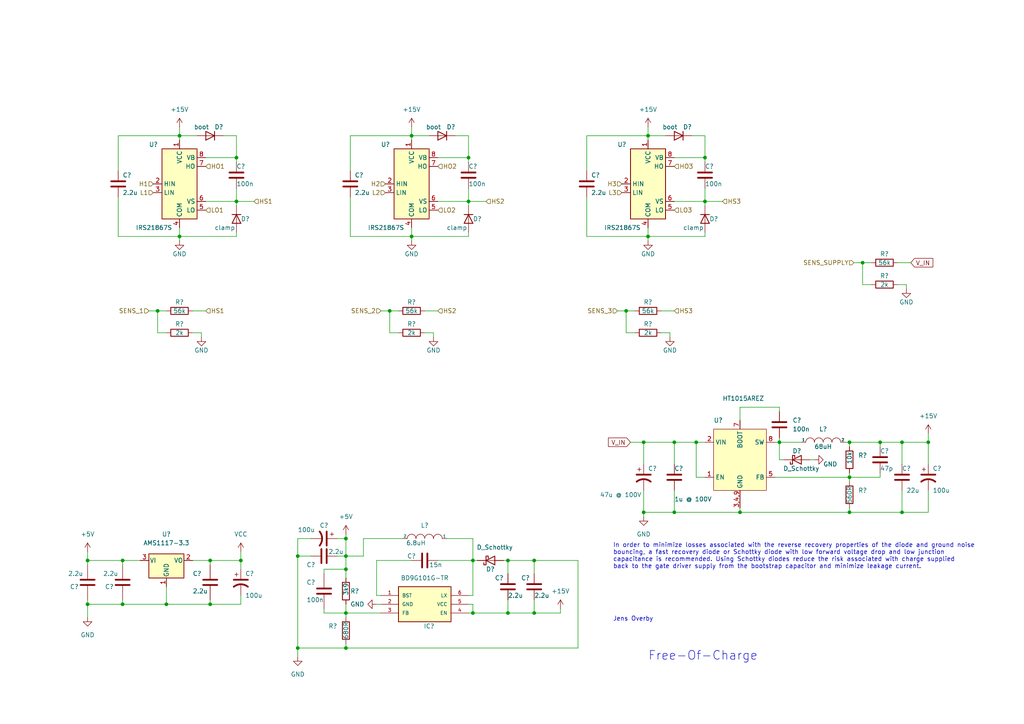
<source format=kicad_sch>
(kicad_sch (version 20211123) (generator eeschema)
  (paper "A4")
  (lib_symbols
    (symbol "BLDC_4-rescue:C-RESCUE-BLDC_4" (pin_numbers hide) (pin_names (offset 0.254))
      (property "Reference" "C" (at 0 2.54 0))
      (property "Value" "C-RESCUE-BLDC_4" (at 0.1524 -2.159 0))
      (symbol "C-RESCUE-BLDC_4_0_1"
        (polyline (pts (xy -2.032 -0.762) (xy 2.032 -0.762)) (stroke (width 0.508)))
        (polyline (pts (xy -2.032 0.762) (xy 2.032 0.762)) (stroke (width 0.508)))
      )
      (symbol "C-RESCUE-BLDC_4_1_1"
        (pin passive line (at 0 5.08 270) (length 4.318) (name "~") (number "1"))
        (pin passive line (at 0 -5.08 90) (length 4.318) (name "~") (number "2"))
      )
    )
    (symbol "Custom_Library:BD9G101G-TR" (pin_names (offset 1.016))
      (property "Reference" "IC" (at -10.1793 7.6345 0))
      (property "Value" "BD9G101G-TR" (at 0 -7.6276 0))
      (symbol "BD9G101G-TR_0_0"
        (rectangle (start -7.62 -5.08) (end 7.62 5.08) (stroke (width 0.254)) (fill (type background)))
        (pin bidirectional line (at -12.7 2.54 0) (length 5.08) (name "BST") (number "1"))
        (pin bidirectional line (at -12.7 0 0) (length 5.08) (name "GND") (number "2"))
        (pin bidirectional line (at -12.7 -2.54 0) (length 5.08) (name "FB") (number "3"))
        (pin bidirectional line (at 12.7 -2.54 180) (length 5.08) (name "EN") (number "4"))
        (pin bidirectional line (at 12.7 0 180) (length 5.08) (name "VCC") (number "5"))
        (pin bidirectional line (at 12.7 2.54 180) (length 5.08) (name "LX") (number "6"))
      )
    )
    (symbol "Custom_Library:HT1015AREZ"
      (property "Reference" "U?" (at -6.35 11.43 0))
      (property "Value" "HT1015AREZ" (at 8.89 -11.43 0))
      (symbol "HT1015AREZ_0_1"
        (rectangle (start -7.62 8.89) (end 7.62 -8.89) (fill (type background)))
      )
      (symbol "HT1015AREZ_1_1"
        (pin input line (at -10.16 -5.08 0) (length 2.54) (name "EN") (number "1"))
        (pin input line (at -10.16 5.08 0) (length 2.54) (name "VIN") (number "2"))
        (pin bidirectional line (at 0 -13.97 90) (length 5.08) (name "GND") (number "3,4,9"))
        (pin bidirectional line (at 10.16 -5.08 180) (length 2.54) (name "FB") (number "5"))
        (pin passive line (at 10.16 0 180) (length 2.54) hide (name "NC") (number "6"))
        (pin bidirectional line (at 0 11.43 270) (length 2.54) (name "BOOT") (number "7"))
        (pin bidirectional line (at 10.16 5.08 180) (length 2.54) (name "SW") (number "8"))
      )
    )
    (symbol "Device:C" (pin_numbers hide) (pin_names (offset 0.254))
      (property "Reference" "C" (at 0.635 2.54 0))
      (property "Value" "C" (at 0.635 -2.54 0))
      (symbol "C_0_1"
        (polyline (pts (xy -2.032 -0.762) (xy 2.032 -0.762)) (stroke (width 0.508)))
        (polyline (pts (xy -2.032 0.762) (xy 2.032 0.762)) (stroke (width 0.508)))
      )
      (symbol "C_1_1"
        (pin passive line (at 0 3.81 270) (length 2.794) (name "~") (number "1"))
        (pin passive line (at 0 -3.81 90) (length 2.794) (name "~") (number "2"))
      )
    )
    (symbol "Device:C_Polarized_US" (pin_numbers hide) (pin_names (offset 0.254) hide)
      (property "Reference" "C" (at 0.635 2.54 0))
      (property "Value" "C_Polarized_US" (at 0.635 -2.54 0))
      (symbol "C_Polarized_US_0_1"
        (polyline (pts (xy -2.032 0.762) (xy 2.032 0.762)) (stroke (width 0.508)))
        (polyline (pts (xy -1.778 2.286) (xy -0.762 2.286)))
        (polyline (pts (xy -1.27 1.778) (xy -1.27 2.794)))
        (arc (start 2.032 -1.27) (mid 0 -0.5572) (end -2.032 -1.27) (stroke (width 0.508)))
      )
      (symbol "C_Polarized_US_1_1"
        (pin passive line (at 0 3.81 270) (length 2.794) (name "~") (number "1"))
        (pin passive line (at 0 -3.81 90) (length 3.302) (name "~") (number "2"))
      )
    )
    (symbol "Device:D" (pin_numbers hide) (pin_names (offset 1.016) hide)
      (property "Reference" "D" (at 0 2.54 0))
      (property "Value" "D" (at 0 -2.54 0))
      (symbol "D_0_1"
        (polyline (pts (xy -1.27 1.27) (xy -1.27 -1.27)) (stroke (width 0.254)))
        (polyline (pts (xy 1.27 0) (xy -1.27 0)))
        (polyline (pts (xy 1.27 1.27) (xy 1.27 -1.27) (xy -1.27 0) (xy 1.27 1.27)) (stroke (width 0.254)))
      )
      (symbol "D_1_1"
        (pin passive line (at -3.81 0 0) (length 2.54) (name "K") (number "1"))
        (pin passive line (at 3.81 0 180) (length 2.54) (name "A") (number "2"))
      )
    )
    (symbol "Device:D_Schottky" (pin_numbers hide) (pin_names (offset 1.016) hide)
      (property "Reference" "D" (at 0 2.54 0))
      (property "Value" "D_Schottky" (at 0 -2.54 0))
      (symbol "D_Schottky_0_1"
        (polyline (pts (xy 1.27 0) (xy -1.27 0)))
        (polyline (pts (xy 1.27 1.27) (xy 1.27 -1.27) (xy -1.27 0) (xy 1.27 1.27)) (stroke (width 0.254)))
        (polyline (pts (xy -1.905 0.635) (xy -1.905 1.27) (xy -1.27 1.27) (xy -1.27 -1.27) (xy -0.635 -1.27) (xy -0.635 -0.635)) (stroke (width 0.254)))
      )
      (symbol "D_Schottky_1_1"
        (pin passive line (at -3.81 0 0) (length 2.54) (name "K") (number "1"))
        (pin passive line (at 3.81 0 180) (length 2.54) (name "A") (number "2"))
      )
    )
    (symbol "Device:R" (pin_numbers hide) (pin_names (offset 0))
      (property "Reference" "R" (at 2.032 0 90))
      (property "Value" "R" (at 0 0 90))
      (symbol "R_0_1"
        (rectangle (start -1.016 -2.54) (end 1.016 2.54) (stroke (width 0.254)))
      )
      (symbol "R_1_1"
        (pin passive line (at 0 3.81 270) (length 1.27) (name "~") (number "1"))
        (pin passive line (at 0 -3.81 90) (length 1.27) (name "~") (number "2"))
      )
    )
    (symbol "Driver_FET:IRS21867S"
      (property "Reference" "U" (at 1.27 13.335 0))
      (property "Value" "IRS21867S" (at 1.27 11.43 0))
      (symbol "IRS21867S_0_1"
        (rectangle (start -5.08 -10.16) (end 5.08 10.16) (stroke (width 0.254)) (fill (type background)))
      )
      (symbol "IRS21867S_1_1"
        (pin power_in line (at 0 12.7 270) (length 2.54) (name "VCC") (number "1"))
        (pin input line (at -7.62 0 0) (length 2.54) (name "HIN") (number "2"))
        (pin input line (at -7.62 -2.54 0) (length 2.54) (name "LIN") (number "3"))
        (pin power_in line (at 0 -12.7 90) (length 2.54) (name "COM") (number "4"))
        (pin output line (at 7.62 -7.62 180) (length 2.54) (name "LO") (number "5"))
        (pin passive line (at 7.62 -5.08 180) (length 2.54) (name "VS") (number "6"))
        (pin output line (at 7.62 5.08 180) (length 2.54) (name "HO") (number "7"))
        (pin passive line (at 7.62 7.62 180) (length 2.54) (name "VB") (number "8"))
      )
    )
    (symbol "Regulator_Linear:AMS1117-3.3" (pin_names (offset 0.254))
      (property "Reference" "U" (at -3.81 3.175 0))
      (property "Value" "AMS1117-3.3" (at 0 3.175 0))
      (symbol "AMS1117-3.3_0_1"
        (rectangle (start -5.08 -5.08) (end 5.08 1.905) (stroke (width 0.254)) (fill (type background)))
      )
      (symbol "AMS1117-3.3_1_1"
        (pin power_in line (at 0 -7.62 90) (length 2.54) (name "GND") (number "1"))
        (pin power_out line (at 7.62 0 180) (length 2.54) (name "VO") (number "2"))
        (pin power_in line (at -7.62 0 0) (length 2.54) (name "VI") (number "3"))
      )
    )
    (symbol "power:+15V" (power) (pin_names (offset 0))
      (property "Value" "+15V" (at 0 3.556 0))
      (symbol "+15V_0_1"
        (polyline (pts (xy -0.762 1.27) (xy 0 2.54)))
        (polyline (pts (xy 0 0) (xy 0 2.54)))
        (polyline (pts (xy 0 2.54) (xy 0.762 1.27)))
      )
      (symbol "+15V_1_1"
        (pin power_in line (at 0 0 90) (length 0) hide (name "+15V") (number "1"))
      )
    )
    (symbol "power:+5V" (power) (pin_names (offset 0))
      (property "Value" "+5V" (at 0 3.556 0))
      (symbol "+5V_0_1"
        (polyline (pts (xy -0.762 1.27) (xy 0 2.54)))
        (polyline (pts (xy 0 0) (xy 0 2.54)))
        (polyline (pts (xy 0 2.54) (xy 0.762 1.27)))
      )
      (symbol "+5V_1_1"
        (pin power_in line (at 0 0 90) (length 0) hide (name "+5V") (number "1"))
      )
    )
    (symbol "power:GND" (power) (pin_names (offset 0))
      (property "Value" "GND" (at 0 -3.81 0))
      (symbol "GND_0_1"
        (polyline (pts (xy 0 0) (xy 0 -1.27) (xy 1.27 -1.27) (xy 0 -2.54) (xy -1.27 -1.27) (xy 0 -1.27)))
      )
      (symbol "GND_1_1"
        (pin power_in line (at 0 0 270) (length 0) hide (name "GND") (number "1"))
      )
    )
    (symbol "power:VCC" (power) (pin_names (offset 0))
      (property "Value" "VCC" (at 0 3.81 0))
      (symbol "VCC_0_1"
        (polyline (pts (xy -0.762 1.27) (xy 0 2.54)))
        (polyline (pts (xy 0 0) (xy 0 2.54)))
        (polyline (pts (xy 0 2.54) (xy 0.762 1.27)))
      )
      (symbol "VCC_1_1"
        (pin power_in line (at 0 0 90) (length 0) hide (name "VCC") (number "1"))
      )
    )
    (symbol "pspice:INDUCTOR" (pin_numbers hide) (pin_names (offset 0))
      (property "Reference" "L" (at 0 2.54 0))
      (property "Value" "INDUCTOR" (at 0 -1.27 0))
      (symbol "INDUCTOR_0_1"
        (arc (start -2.54 0) (mid -3.81 1.27) (end -5.08 0))
        (arc (start 0 0) (mid -1.27 1.27) (end -2.54 0))
        (arc (start 2.54 0) (mid 1.27 1.27) (end 0 0))
        (arc (start 5.08 0) (mid 3.81 1.27) (end 2.54 0))
      )
      (symbol "INDUCTOR_1_1"
        (pin input line (at -6.35 0 0) (length 1.27) (name "1") (number "1"))
        (pin input line (at 6.35 0 180) (length 1.27) (name "2") (number "2"))
      )
    )
  )
  (junction (at 204.47 45.72))
  (junction (at 86.36 161.29))
  (junction (at 52.07 39.37))
  (junction (at 186.69 128.27))
  (junction (at 69.85 162.56))
  (junction (at 214.63 148.59))
  (junction (at 187.96 68.58))
  (junction (at 147.32 162.56))
  (junction (at 68.58 45.72))
  (junction (at 187.96 39.37))
  (junction (at 135.89 45.72))
  (junction (at 250.19 76.2))
  (junction (at 113.03 90.17))
  (junction (at 261.62 148.59))
  (junction (at 100.33 177.8))
  (junction (at 100.33 187.96))
  (junction (at 86.36 187.96))
  (junction (at 261.62 128.27))
  (junction (at 154.94 162.56))
  (junction (at 246.38 138.43))
  (junction (at 204.47 58.42))
  (junction (at 255.27 128.27))
  (junction (at 45.72 90.17))
  (junction (at 48.26 175.26))
  (junction (at 186.69 148.59))
  (junction (at 25.4 162.56))
  (junction (at 60.96 175.26))
  (junction (at 181.61 90.17))
  (junction (at 195.58 148.59))
  (junction (at 147.32 177.8))
  (junction (at 52.07 68.58))
  (junction (at 100.33 161.29))
  (junction (at 35.56 162.56))
  (junction (at 25.4 175.26))
  (junction (at 195.58 128.27))
  (junction (at 246.38 148.59))
  (junction (at 226.06 128.27))
  (junction (at 137.16 177.8))
  (junction (at 269.24 128.27))
  (junction (at 201.93 128.27))
  (junction (at 35.56 175.26))
  (junction (at 68.58 58.42))
  (junction (at 100.33 156.21))
  (junction (at 100.33 165.1))
  (junction (at 119.38 68.58))
  (junction (at 137.16 162.56))
  (junction (at 135.89 58.42))
  (junction (at 246.38 128.27))
  (junction (at 60.96 162.56))
  (junction (at 154.94 177.8))
  (junction (at 119.38 39.37))
  (wire (pts (xy 195.58 58.42) (xy 204.47 58.42)))
  (wire (pts (xy 86.36 161.29) (xy 86.36 187.96)))
  (wire (pts (xy 184.15 96.52) (xy 181.61 96.52)))
  (wire (pts (xy 109.22 175.26) (xy 110.49 175.26)))
  (wire (pts (xy 52.07 39.37) (xy 57.15 39.37)))
  (wire (pts (xy 195.58 142.24) (xy 195.58 148.59)))
  (wire (pts (xy 52.07 66.04) (xy 52.07 68.58)))
  (wire (pts (xy 93.98 176.53) (xy 93.98 177.8)))
  (wire (pts (xy 45.72 90.17) (xy 48.26 90.17)))
  (wire (pts (xy 191.77 90.17) (xy 195.58 90.17)))
  (wire (pts (xy 100.33 177.8) (xy 110.49 177.8)))
  (wire (pts (xy 154.94 173.99) (xy 154.94 177.8)))
  (wire (pts (xy 181.61 96.52) (xy 181.61 90.17)))
  (wire (pts (xy 187.96 36.83) (xy 187.96 39.37)))
  (wire (pts (xy 25.4 175.26) (xy 35.56 175.26)))
  (wire (pts (xy 119.38 40.64) (xy 119.38 39.37)))
  (wire (pts (xy 34.29 39.37) (xy 34.29 49.53)))
  (wire (pts (xy 226.06 128.27) (xy 232.41 128.27)))
  (wire (pts (xy 113.03 96.52) (xy 113.03 90.17)))
  (wire (pts (xy 195.58 45.72) (xy 204.47 45.72)))
  (wire (pts (xy 135.89 68.58) (xy 135.89 67.31)))
  (wire (pts (xy 255.27 138.43) (xy 246.38 138.43)))
  (wire (pts (xy 170.18 57.15) (xy 170.18 68.58)))
  (wire (pts (xy 137.16 156.21) (xy 137.16 162.56)))
  (wire (pts (xy 246.38 148.59) (xy 261.62 148.59)))
  (wire (pts (xy 224.79 128.27) (xy 226.06 128.27)))
  (wire (pts (xy 269.24 125.73) (xy 269.24 128.27)))
  (wire (pts (xy 246.38 137.16) (xy 246.38 138.43)))
  (wire (pts (xy 25.4 175.26) (xy 25.4 179.07)))
  (wire (pts (xy 252.73 82.55) (xy 250.19 82.55)))
  (wire (pts (xy 90.17 161.29) (xy 86.36 161.29)))
  (wire (pts (xy 93.98 177.8) (xy 100.33 177.8)))
  (wire (pts (xy 147.32 177.8) (xy 154.94 177.8)))
  (wire (pts (xy 125.73 96.52) (xy 125.73 97.79)))
  (wire (pts (xy 186.69 142.24) (xy 186.69 148.59)))
  (wire (pts (xy 246.38 128.27) (xy 245.11 128.27)))
  (wire (pts (xy 135.89 46.99) (xy 135.89 45.72)))
  (wire (pts (xy 137.16 162.56) (xy 138.43 162.56)))
  (wire (pts (xy 204.47 54.61) (xy 204.47 58.42)))
  (wire (pts (xy 214.63 118.11) (xy 214.63 121.92)))
  (wire (pts (xy 255.27 128.27) (xy 246.38 128.27)))
  (wire (pts (xy 201.93 128.27) (xy 204.47 128.27)))
  (wire (pts (xy 48.26 175.26) (xy 60.96 175.26)))
  (wire (pts (xy 154.94 162.56) (xy 167.64 162.56)))
  (wire (pts (xy 123.19 90.17) (xy 127 90.17)))
  (wire (pts (xy 186.69 128.27) (xy 195.58 128.27)))
  (wire (pts (xy 260.35 76.2) (xy 264.16 76.2)))
  (wire (pts (xy 200.66 39.37) (xy 204.47 39.37)))
  (wire (pts (xy 58.42 96.52) (xy 58.42 97.79)))
  (wire (pts (xy 255.27 137.16) (xy 255.27 138.43)))
  (wire (pts (xy 25.4 173.99) (xy 25.4 175.26)))
  (wire (pts (xy 226.06 118.11) (xy 226.06 119.38)))
  (wire (pts (xy 135.89 58.42) (xy 140.97 58.42)))
  (wire (pts (xy 69.85 162.56) (xy 69.85 165.1)))
  (wire (pts (xy 186.69 134.62) (xy 186.69 128.27)))
  (wire (pts (xy 35.56 162.56) (xy 35.56 163.83)))
  (wire (pts (xy 68.58 58.42) (xy 73.66 58.42)))
  (wire (pts (xy 48.26 96.52) (xy 45.72 96.52)))
  (wire (pts (xy 52.07 40.64) (xy 52.07 39.37)))
  (wire (pts (xy 68.58 68.58) (xy 52.07 68.58)))
  (wire (pts (xy 246.38 138.43) (xy 246.38 139.7)))
  (wire (pts (xy 93.98 165.1) (xy 100.33 165.1)))
  (wire (pts (xy 191.77 96.52) (xy 194.31 96.52)))
  (wire (pts (xy 119.38 39.37) (xy 101.6 39.37)))
  (wire (pts (xy 97.79 161.29) (xy 100.33 161.29)))
  (wire (pts (xy 187.96 66.04) (xy 187.96 68.58)))
  (wire (pts (xy 109.22 172.72) (xy 110.49 172.72)))
  (wire (pts (xy 236.22 133.35) (xy 234.95 133.35)))
  (wire (pts (xy 100.33 177.8) (xy 100.33 179.07)))
  (wire (pts (xy 269.24 134.62) (xy 269.24 128.27)))
  (wire (pts (xy 214.63 147.32) (xy 214.63 148.59)))
  (wire (pts (xy 179.07 90.17) (xy 181.61 90.17)))
  (wire (pts (xy 100.33 165.1) (xy 100.33 167.64)))
  (wire (pts (xy 137.16 172.72) (xy 135.89 172.72)))
  (wire (pts (xy 214.63 148.59) (xy 246.38 148.59)))
  (wire (pts (xy 40.64 162.56) (xy 35.56 162.56)))
  (wire (pts (xy 250.19 82.55) (xy 250.19 76.2)))
  (wire (pts (xy 182.88 128.27) (xy 186.69 128.27)))
  (wire (pts (xy 43.18 90.17) (xy 45.72 90.17)))
  (wire (pts (xy 60.96 175.26) (xy 60.96 173.99)))
  (wire (pts (xy 127 162.56) (xy 137.16 162.56)))
  (wire (pts (xy 167.64 162.56) (xy 167.64 187.96)))
  (wire (pts (xy 25.4 162.56) (xy 25.4 163.83)))
  (wire (pts (xy 154.94 162.56) (xy 154.94 166.37)))
  (wire (pts (xy 261.62 128.27) (xy 261.62 134.62)))
  (wire (pts (xy 246.38 129.54) (xy 246.38 128.27)))
  (wire (pts (xy 154.94 177.8) (xy 162.56 177.8)))
  (wire (pts (xy 101.6 39.37) (xy 101.6 49.53)))
  (wire (pts (xy 123.19 96.52) (xy 125.73 96.52)))
  (wire (pts (xy 52.07 39.37) (xy 34.29 39.37)))
  (wire (pts (xy 55.88 162.56) (xy 60.96 162.56)))
  (wire (pts (xy 110.49 90.17) (xy 113.03 90.17)))
  (wire (pts (xy 119.38 68.58) (xy 119.38 69.85)))
  (wire (pts (xy 86.36 187.96) (xy 86.36 190.5)))
  (wire (pts (xy 167.64 187.96) (xy 100.33 187.96)))
  (wire (pts (xy 137.16 162.56) (xy 137.16 172.72)))
  (wire (pts (xy 119.38 66.04) (xy 119.38 68.58)))
  (wire (pts (xy 226.06 133.35) (xy 226.06 128.27)))
  (wire (pts (xy 45.72 96.52) (xy 45.72 90.17)))
  (wire (pts (xy 204.47 46.99) (xy 204.47 45.72)))
  (wire (pts (xy 170.18 68.58) (xy 187.96 68.58)))
  (wire (pts (xy 35.56 162.56) (xy 25.4 162.56)))
  (wire (pts (xy 59.69 58.42) (xy 68.58 58.42)))
  (wire (pts (xy 105.41 161.29) (xy 100.33 161.29)))
  (wire (pts (xy 90.17 156.21) (xy 86.36 156.21)))
  (wire (pts (xy 64.77 39.37) (xy 68.58 39.37)))
  (wire (pts (xy 55.88 96.52) (xy 58.42 96.52)))
  (wire (pts (xy 93.98 166.37) (xy 93.98 165.1)))
  (wire (pts (xy 204.47 39.37) (xy 204.47 45.72)))
  (wire (pts (xy 86.36 187.96) (xy 100.33 187.96)))
  (wire (pts (xy 35.56 175.26) (xy 48.26 175.26)))
  (wire (pts (xy 246.38 138.43) (xy 224.79 138.43)))
  (wire (pts (xy 195.58 128.27) (xy 195.58 134.62)))
  (wire (pts (xy 100.33 154.94) (xy 100.33 156.21)))
  (wire (pts (xy 69.85 160.02) (xy 69.85 162.56)))
  (wire (pts (xy 204.47 68.58) (xy 204.47 67.31)))
  (wire (pts (xy 186.69 148.59) (xy 195.58 148.59)))
  (wire (pts (xy 194.31 96.52) (xy 194.31 97.79)))
  (wire (pts (xy 261.62 128.27) (xy 255.27 128.27)))
  (wire (pts (xy 255.27 128.27) (xy 255.27 129.54)))
  (wire (pts (xy 135.89 175.26) (xy 137.16 175.26)))
  (wire (pts (xy 119.38 36.83) (xy 119.38 39.37)))
  (wire (pts (xy 147.32 162.56) (xy 154.94 162.56)))
  (wire (pts (xy 25.4 160.02) (xy 25.4 162.56)))
  (wire (pts (xy 162.56 177.8) (xy 162.56 176.53)))
  (wire (pts (xy 170.18 39.37) (xy 170.18 49.53)))
  (wire (pts (xy 195.58 128.27) (xy 201.93 128.27)))
  (wire (pts (xy 52.07 68.58) (xy 52.07 69.85)))
  (wire (pts (xy 86.36 156.21) (xy 86.36 161.29)))
  (wire (pts (xy 105.41 156.21) (xy 105.41 161.29)))
  (wire (pts (xy 135.89 54.61) (xy 135.89 58.42)))
  (wire (pts (xy 69.85 172.72) (xy 69.85 175.26)))
  (wire (pts (xy 181.61 90.17) (xy 184.15 90.17)))
  (wire (pts (xy 135.89 39.37) (xy 135.89 45.72)))
  (wire (pts (xy 250.19 76.2) (xy 252.73 76.2)))
  (wire (pts (xy 34.29 68.58) (xy 52.07 68.58)))
  (wire (pts (xy 113.03 90.17) (xy 115.57 90.17)))
  (wire (pts (xy 135.89 58.42) (xy 135.89 59.69)))
  (wire (pts (xy 187.96 68.58) (xy 187.96 69.85)))
  (wire (pts (xy 55.88 90.17) (xy 59.69 90.17)))
  (wire (pts (xy 261.62 142.24) (xy 261.62 148.59)))
  (wire (pts (xy 116.84 156.21) (xy 105.41 156.21)))
  (wire (pts (xy 201.93 128.27) (xy 201.93 138.43)))
  (wire (pts (xy 109.22 162.56) (xy 109.22 172.72)))
  (wire (pts (xy 100.33 175.26) (xy 100.33 177.8)))
  (wire (pts (xy 60.96 162.56) (xy 60.96 163.83)))
  (wire (pts (xy 204.47 68.58) (xy 187.96 68.58)))
  (wire (pts (xy 127 45.72) (xy 135.89 45.72)))
  (wire (pts (xy 100.33 161.29) (xy 100.33 165.1)))
  (wire (pts (xy 100.33 156.21) (xy 100.33 161.29)))
  (wire (pts (xy 269.24 128.27) (xy 261.62 128.27)))
  (wire (pts (xy 115.57 96.52) (xy 113.03 96.52)))
  (wire (pts (xy 262.89 82.55) (xy 262.89 83.82)))
  (wire (pts (xy 68.58 59.69) (xy 68.58 58.42)))
  (wire (pts (xy 48.26 170.18) (xy 48.26 175.26)))
  (wire (pts (xy 129.54 156.21) (xy 137.16 156.21)))
  (wire (pts (xy 187.96 40.64) (xy 187.96 39.37)))
  (wire (pts (xy 68.58 46.99) (xy 68.58 45.72)))
  (wire (pts (xy 68.58 39.37) (xy 68.58 45.72)))
  (wire (pts (xy 101.6 57.15) (xy 101.6 68.58)))
  (wire (pts (xy 60.96 175.26) (xy 69.85 175.26)))
  (wire (pts (xy 127 58.42) (xy 135.89 58.42)))
  (wire (pts (xy 101.6 68.58) (xy 119.38 68.58)))
  (wire (pts (xy 137.16 177.8) (xy 147.32 177.8)))
  (wire (pts (xy 135.89 177.8) (xy 137.16 177.8)))
  (wire (pts (xy 147.32 162.56) (xy 147.32 166.37)))
  (wire (pts (xy 97.79 156.21) (xy 100.33 156.21)))
  (wire (pts (xy 60.96 162.56) (xy 69.85 162.56)))
  (wire (pts (xy 68.58 68.58) (xy 68.58 67.31)))
  (wire (pts (xy 68.58 54.61) (xy 68.58 58.42)))
  (wire (pts (xy 227.33 133.35) (xy 226.06 133.35)))
  (wire (pts (xy 226.06 128.27) (xy 226.06 127)))
  (wire (pts (xy 269.24 148.59) (xy 261.62 148.59)))
  (wire (pts (xy 132.08 39.37) (xy 135.89 39.37)))
  (wire (pts (xy 226.06 118.11) (xy 214.63 118.11)))
  (wire (pts (xy 269.24 142.24) (xy 269.24 148.59)))
  (wire (pts (xy 137.16 175.26) (xy 137.16 177.8)))
  (wire (pts (xy 146.05 162.56) (xy 147.32 162.56)))
  (wire (pts (xy 186.69 148.59) (xy 186.69 149.86)))
  (wire (pts (xy 135.89 68.58) (xy 119.38 68.58)))
  (wire (pts (xy 260.35 82.55) (xy 262.89 82.55)))
  (wire (pts (xy 147.32 173.99) (xy 147.32 177.8)))
  (wire (pts (xy 34.29 57.15) (xy 34.29 68.58)))
  (wire (pts (xy 247.65 76.2) (xy 250.19 76.2)))
  (wire (pts (xy 187.96 39.37) (xy 193.04 39.37)))
  (wire (pts (xy 187.96 39.37) (xy 170.18 39.37)))
  (wire (pts (xy 195.58 148.59) (xy 214.63 148.59)))
  (wire (pts (xy 100.33 186.69) (xy 100.33 187.96)))
  (wire (pts (xy 119.38 162.56) (xy 109.22 162.56)))
  (wire (pts (xy 204.47 58.42) (xy 209.55 58.42)))
  (wire (pts (xy 119.38 39.37) (xy 124.46 39.37)))
  (wire (pts (xy 52.07 36.83) (xy 52.07 39.37)))
  (wire (pts (xy 246.38 147.32) (xy 246.38 148.59)))
  (wire (pts (xy 204.47 59.69) (xy 204.47 58.42)))
  (wire (pts (xy 204.47 138.43) (xy 201.93 138.43)))
  (wire (pts (xy 59.69 45.72) (xy 68.58 45.72)))
  (wire (pts (xy 35.56 173.99) (xy 35.56 175.26)))
  (text "In order to minimize losses associated with the reverse recovery properties of the diode and ground noise\nbouncing, a fast recovery diode or Schottky diode with low forward voltage drop and low junction\ncapacitance is recommended. Using Schottky diodes reduce the risk associated with charge supplied\nback to the gate driver supply from the bootstrap capacitor and minimize leakage current. " (at 177.8 165.1 0) (effects (font (size 1.27 1.27)) (justify left bottom)))
  (text "Free-Of-Charge" (at 187.96 191.77 0) (effects (font (size 2.54 2.54)) (justify left bottom)))
  (text "Jens Overby" (at 177.8 180.34 0) (effects (font (size 1.27 1.27)) (justify left bottom)))
  (global_label "V_IN" (shape input) (at 182.88 128.27 180) (property "Intersheet References" "${INTERSHEET_REFS}" (effects hide)))
  (global_label "V_IN" (shape input) (at 264.16 76.2 0) (property "Intersheet References" "${INTERSHEET_REFS}" (effects hide)))
  (hierarchical_label "L1" (shape input) (at 44.45 55.88 180))
  (hierarchical_label "HS3" (shape input) (at 195.58 90.17 0))
  (hierarchical_label "H2" (shape input) (at 111.76 53.34 180))
  (hierarchical_label "H3" (shape input) (at 180.34 53.34 180))
  (hierarchical_label "SENS_3" (shape input) (at 179.07 90.17 180))
  (hierarchical_label "HS2" (shape input) (at 127 90.17 0))
  (hierarchical_label "LO1" (shape input) (at 59.69 60.96 0))
  (hierarchical_label "SENS_SUPPLY" (shape input) (at 247.65 76.2 180))
  (hierarchical_label "L3" (shape input) (at 180.34 55.88 180))
  (hierarchical_label "HS3" (shape input) (at 209.55 58.42 0))
  (hierarchical_label "HO2" (shape input) (at 127 48.26 0))
  (hierarchical_label "HO1" (shape input) (at 59.69 48.26 0))
  (hierarchical_label "HS2" (shape input) (at 140.97 58.42 0))
  (hierarchical_label "L2" (shape input) (at 111.76 55.88 180))
  (hierarchical_label "LO3" (shape input) (at 195.58 60.96 0))
  (hierarchical_label "H1" (shape input) (at 44.45 53.34 180))
  (hierarchical_label "SENS_2" (shape input) (at 110.49 90.17 180))
  (hierarchical_label "LO2" (shape input) (at 127 60.96 0))
  (hierarchical_label "HS1" (shape input) (at 73.66 58.42 0))
  (hierarchical_label "HO3" (shape input) (at 195.58 48.26 0))
  (hierarchical_label "SENS_1" (shape input) (at 43.18 90.17 180))
  (hierarchical_label "HS1" (shape input) (at 59.69 90.17 0))
  (symbol (lib_id "Device:R") (at 119.38 96.52 90) (unit 1)
    (property "Reference" "R?" (at 119.38 93.98 90))
    (property "Value" "2k" (at 119.38 96.52 90))
  )
  (symbol (lib_id "power:GND") (at 25.4 179.07 0) (unit 1)
    (property "Reference" "#PWR?" (effects hide))
    (property "Value" "GND" (at 25.4 184.15 0))
  )
  (symbol (lib_id "pspice:INDUCTOR") (at 123.19 156.21 0) (mirror y) (unit 1)
    (property "Reference" "L?" (at 123.19 152.4 0))
    (property "Value" "6.8uH" (at 120.65 157.48 0))
  )
  (symbol (lib_id "Device:R") (at 246.38 143.51 0) (unit 1)
    (property "Reference" "R?" (at 248.92 142.2399 0) (effects (justify left)))
    (property "Value" "560R" (at 246.38 146.05 90) (effects (justify left)))
  )
  (symbol (lib_id "Device:R") (at 52.07 96.52 90) (unit 1)
    (property "Reference" "R?" (at 52.07 93.98 90))
    (property "Value" "2k" (at 52.07 96.52 90))
  )
  (symbol (lib_id "BLDC_4-rescue:C-RESCUE-BLDC_4") (at 93.98 171.45 0) (unit 1)
    (property "Reference" "C?" (at 88.9 168.91 0) (effects (justify left)))
    (property "Value" "100n" (at 88.9 173.99 0) (effects (justify left)))
    (property "Footprint" "Capacitor_SMD:C_0603_1608Metric" (effects hide))
  )
  (symbol (lib_id "Device:D_Schottky") (at 231.14 133.35 0) (mirror x) (unit 1)
    (property "Reference" "D?" (at 231.14 130.81 0))
    (property "Value" "D_Schottky" (at 232.41 135.89 0))
  )
  (symbol (lib_id "power:GND") (at 109.22 175.26 270) (unit 1)
    (property "Reference" "#PWR?" (effects hide))
    (property "Value" "GND" (at 101.6 175.26 90) (effects (justify left)))
  )
  (symbol (lib_id "BLDC_4-rescue:C-RESCUE-BLDC_4") (at 60.96 168.91 0) (unit 1)
    (property "Reference" "C?" (at 55.88 166.37 0) (effects (justify left)))
    (property "Value" "2.2u" (at 55.88 171.45 0) (effects (justify left)))
    (property "Footprint" "Capacitor_SMD:C_0603_1608Metric" (effects hide))
  )
  (symbol (lib_id "Device:C") (at 123.19 162.56 90) (unit 1)
    (property "Reference" "C?" (at 120.65 161.29 90) (effects (justify left)))
    (property "Value" "15n" (at 128.27 163.83 90) (effects (justify left)))
  )
  (symbol (lib_id "Device:R") (at 187.96 90.17 90) (unit 1)
    (property "Reference" "R?" (at 187.96 87.63 90))
    (property "Value" "56k" (at 187.96 90.17 90))
  )
  (symbol (lib_id "Device:C_Polarized_US") (at 186.69 138.43 0) (unit 1)
    (property "Reference" "C?" (at 187.96 135.89 0) (effects (justify left)))
    (property "Value" "47u @ 100V" (at 173.99 143.51 0) (effects (justify left)))
  )
  (symbol (lib_id "power:GND") (at 236.22 133.35 90) (unit 1)
    (property "Reference" "#PWR?" (effects hide))
    (property "Value" "GND" (at 238.76 134.62 90) (effects (justify right)))
  )
  (symbol (lib_id "Device:D") (at 135.89 63.5 270) (unit 1)
    (property "Reference" "D?" (at 137.16 63.5 90) (effects (justify left)))
    (property "Value" "clamp" (at 129.54 66.04 90) (effects (justify left)))
  )
  (symbol (lib_id "Driver_FET:IRS21867S") (at 187.96 53.34 0) (unit 1)
    (property "Reference" "U?" (at 179.07 41.91 0) (effects (justify left)))
    (property "Value" "IRS21867S" (at 175.26 66.04 0) (effects (justify left)))
    (property "Footprint" "Package_SO:SOIC-8_3.9x4.9mm_P1.27mm" (effects hide))
    (property "Datasheet" "http://www.infineon.com/dgdl/irs21867spbf.pdf?fileId=5546d462533600a4015356770e8327eb" (effects hide))
  )
  (symbol (lib_id "Device:R") (at 100.33 171.45 0) (unit 1)
    (property "Reference" "R?" (at 101.6 171.45 0) (effects (justify left)))
    (property "Value" "3k9" (at 100.33 172.72 90) (effects (justify left)))
  )
  (symbol (lib_id "power:+15V") (at 119.38 36.83 0) (unit 1)
    (property "Reference" "#PWR?" (effects hide))
    (property "Value" "+15V" (at 119.38 31.75 0))
  )
  (symbol (lib_id "Device:C") (at 261.62 138.43 0) (unit 1)
    (property "Reference" "C?" (at 261.62 135.89 0) (effects (justify left)))
    (property "Value" "22u" (at 262.89 142.24 0) (effects (justify left)))
  )
  (symbol (lib_id "Device:C_Polarized_US") (at 269.24 138.43 0) (unit 1)
    (property "Reference" "C?" (at 270.51 135.89 0) (effects (justify left)))
    (property "Value" "100u" (at 270.51 142.24 0) (effects (justify left)))
  )
  (symbol (lib_id "Device:C") (at 255.27 133.35 0) (unit 1)
    (property "Reference" "C?" (at 255.27 130.81 0) (effects (justify left)))
    (property "Value" "47p" (at 255.27 135.89 0) (effects (justify left)))
  )
  (symbol (lib_id "Device:D") (at 196.85 39.37 180) (unit 1)
    (property "Reference" "D?" (at 199.39 36.83 0))
    (property "Value" "boot" (at 194.31 36.83 0))
  )
  (symbol (lib_id "power:+5V") (at 25.4 160.02 0) (unit 1)
    (property "Reference" "#PWR?" (effects hide))
    (property "Value" "+5V" (at 25.4 154.94 0))
  )
  (symbol (lib_id "power:GND") (at 262.89 83.82 0) (unit 1)
    (property "Reference" "#PWR?" (effects hide))
    (property "Value" "GND" (at 262.89 87.63 0))
  )
  (symbol (lib_id "Device:R") (at 246.38 133.35 0) (unit 1)
    (property "Reference" "R?" (at 248.92 132.0799 0) (effects (justify left)))
    (property "Value" "10k" (at 246.38 134.62 90) (effects (justify left)))
  )
  (symbol (lib_id "BLDC_4-rescue:C-RESCUE-BLDC_4") (at 35.56 168.91 180) (unit 1)
    (property "Reference" "C?" (at 33.02 170.18 0) (effects (justify left)))
    (property "Value" "2.2u" (at 34.29 166.37 0) (effects (justify left)))
    (property "Footprint" "Capacitor_SMD:C_0603_1608Metric" (effects hide))
  )
  (symbol (lib_id "Device:R") (at 256.54 82.55 90) (unit 1)
    (property "Reference" "R?" (at 256.54 80.01 90))
    (property "Value" "2k" (at 256.54 82.55 90))
  )
  (symbol (lib_id "power:+15V") (at 269.24 125.73 0) (unit 1)
    (property "Reference" "#PWR?" (effects hide))
    (property "Value" "+15V" (at 269.24 120.65 0))
  )
  (symbol (lib_id "Device:R") (at 100.33 182.88 0) (unit 1)
    (property "Reference" "R?" (at 95.25 181.61 0) (effects (justify left)))
    (property "Value" "680R" (at 100.33 185.42 90) (effects (justify left)))
  )
  (symbol (lib_id "Device:C") (at 170.18 53.34 0) (unit 1)
    (property "Reference" "C?" (at 171.45 50.8 0) (effects (justify left)))
    (property "Value" "2.2u" (at 171.45 55.88 0) (effects (justify left)))
  )
  (symbol (lib_id "power:GND") (at 125.73 97.79 0) (unit 1)
    (property "Reference" "#PWR?" (effects hide))
    (property "Value" "GND" (at 125.73 101.6 0))
  )
  (symbol (lib_id "Driver_FET:IRS21867S") (at 52.07 53.34 0) (unit 1)
    (property "Reference" "U?" (at 43.18 41.91 0) (effects (justify left)))
    (property "Value" "IRS21867S" (at 39.37 66.04 0) (effects (justify left)))
    (property "Footprint" "Package_SO:SOIC-8_3.9x4.9mm_P1.27mm" (effects hide))
    (property "Datasheet" "http://www.infineon.com/dgdl/irs21867spbf.pdf?fileId=5546d462533600a4015356770e8327eb" (effects hide))
  )
  (symbol (lib_id "power:VCC") (at 69.85 160.02 0) (unit 1)
    (property "Reference" "#PWR?" (effects hide))
    (property "Value" "VCC" (at 69.85 154.94 0))
  )
  (symbol (lib_id "Device:C") (at 226.06 123.19 0) (unit 1)
    (property "Reference" "C?" (at 229.87 121.9199 0) (effects (justify left)))
    (property "Value" "100n" (at 229.87 124.4599 0) (effects (justify left)))
  )
  (symbol (lib_id "Device:D") (at 68.58 63.5 270) (unit 1)
    (property "Reference" "D?" (at 69.85 63.5 90) (effects (justify left)))
    (property "Value" "clamp" (at 62.23 66.04 90) (effects (justify left)))
  )
  (symbol (lib_id "Regulator_Linear:AMS1117-3.3") (at 48.26 162.56 0) (unit 1)
    (property "Reference" "U?" (at 48.26 154.94 0))
    (property "Value" "AMS1117-3.3" (at 48.26 157.48 0))
    (property "Footprint" "Package_TO_SOT_SMD:SOT-223-3_TabPin2" (effects hide))
    (property "Datasheet" "http://www.advanced-monolithic.com/pdf/ds1117.pdf" (effects hide))
  )
  (symbol (lib_id "Device:R") (at 52.07 90.17 90) (unit 1)
    (property "Reference" "R?" (at 52.07 87.63 90))
    (property "Value" "56k" (at 52.07 90.17 90))
  )
  (symbol (lib_id "power:GND") (at 52.07 69.85 0) (unit 1)
    (property "Reference" "#PWR?" (effects hide))
    (property "Value" "GND" (at 52.07 73.66 0))
  )
  (symbol (lib_id "Device:C") (at 68.58 50.8 0) (unit 1)
    (property "Reference" "C?" (at 68.58 48.26 0) (effects (justify left)))
    (property "Value" "100n" (at 68.58 53.34 0) (effects (justify left)))
  )
  (symbol (lib_id "Device:C") (at 204.47 50.8 0) (unit 1)
    (property "Reference" "C?" (at 204.47 48.26 0) (effects (justify left)))
    (property "Value" "100n" (at 204.47 53.34 0) (effects (justify left)))
  )
  (symbol (lib_id "Device:C_Polarized_US") (at 69.85 168.91 0) (unit 1)
    (property "Reference" "C?" (at 71.12 166.37 0) (effects (justify left)))
    (property "Value" "100u" (at 71.12 172.72 0) (effects (justify left)))
  )
  (symbol (lib_id "Device:D") (at 60.96 39.37 180) (unit 1)
    (property "Reference" "D?" (at 63.5 36.83 0))
    (property "Value" "boot" (at 58.42 36.83 0))
  )
  (symbol (lib_id "power:GND") (at 194.31 97.79 0) (unit 1)
    (property "Reference" "#PWR?" (effects hide))
    (property "Value" "GND" (at 194.31 101.6 0))
  )
  (symbol (lib_id "Device:C") (at 154.94 170.18 0) (unit 1)
    (property "Reference" "C?" (at 151.13 167.64 0) (effects (justify left)))
    (property "Value" "2.2u" (at 154.94 172.72 0) (effects (justify left)))
  )
  (symbol (lib_id "power:GND") (at 119.38 69.85 0) (unit 1)
    (property "Reference" "#PWR?" (effects hide))
    (property "Value" "GND" (at 119.38 73.66 0))
  )
  (symbol (lib_id "Device:R") (at 187.96 96.52 90) (unit 1)
    (property "Reference" "R?" (at 187.96 93.98 90))
    (property "Value" "2k" (at 187.96 96.52 90))
  )
  (symbol (lib_id "Device:C") (at 93.98 161.29 270) (unit 1)
    (property "Reference" "C?" (at 88.9 163.83 90) (effects (justify left)))
    (property "Value" "2.2u" (at 95.25 160.02 90) (effects (justify left)))
  )
  (symbol (lib_id "BLDC_4-rescue:C-RESCUE-BLDC_4") (at 25.4 168.91 180) (unit 1)
    (property "Reference" "C?" (at 22.86 170.18 0) (effects (justify left)))
    (property "Value" "2.2u" (at 24.13 166.37 0) (effects (justify left)))
    (property "Footprint" "Capacitor_SMD:C_0603_1608Metric" (effects hide))
  )
  (symbol (lib_id "Device:C") (at 195.58 138.43 0) (unit 1)
    (property "Reference" "C?" (at 195.58 135.89 0) (effects (justify left)))
    (property "Value" "1u @ 100V" (at 195.58 144.78 0) (effects (justify left)))
  )
  (symbol (lib_id "power:+15V") (at 52.07 36.83 0) (unit 1)
    (property "Reference" "#PWR?" (effects hide))
    (property "Value" "+15V" (at 52.07 31.75 0))
  )
  (symbol (lib_id "power:GND") (at 58.42 97.79 0) (unit 1)
    (property "Reference" "#PWR?" (effects hide))
    (property "Value" "GND" (at 58.42 101.6 0))
  )
  (symbol (lib_id "Device:C") (at 101.6 53.34 0) (unit 1)
    (property "Reference" "C?" (at 102.87 50.8 0) (effects (justify left)))
    (property "Value" "2.2u" (at 102.87 55.88 0) (effects (justify left)))
  )
  (symbol (lib_id "power:+15V") (at 187.96 36.83 0) (unit 1)
    (property "Reference" "#PWR?" (effects hide))
    (property "Value" "+15V" (at 187.96 31.75 0))
  )
  (symbol (lib_id "pspice:INDUCTOR") (at 238.76 128.27 0) (unit 1)
    (property "Reference" "L?" (at 238.76 124.46 0))
    (property "Value" "68uH" (at 238.76 129.54 0))
  )
  (symbol (lib_id "Custom_Library:BD9G101G-TR") (at 123.19 175.26 0) (unit 1)
    (property "Reference" "IC?" (at 124.46 181.61 0))
    (property "Value" "BD9G101G-TR" (at 123.19 167.64 0))
    (property "Footprint" "Custom:SSOP6" (effects hide))
  )
  (symbol (lib_id "power:GND") (at 187.96 69.85 0) (unit 1)
    (property "Reference" "#PWR?" (effects hide))
    (property "Value" "GND" (at 187.96 73.66 0))
  )
  (symbol (lib_id "power:+15V") (at 162.56 176.53 0) (unit 1)
    (property "Reference" "#PWR?" (effects hide))
    (property "Value" "+15V" (at 162.56 171.45 0))
  )
  (symbol (lib_id "Custom_Library:HT1015AREZ") (at 214.63 133.35 0) (unit 1)
    (property "Reference" "U?" (at 207.01 121.92 0) (effects (justify left)))
    (property "Value" "HT1015AREZ" (at 209.55 115.57 0) (effects (justify left)))
    (property "Footprint" "Custom:HT1015AREZ_SOIC8E" (effects hide))
    (property "Datasheet" "https://datasheet.lcsc.com/lcsc/2211221800_HTCSEMI-HT1015AREZ_C5274694.pdf" (effects hide))
  )
  (symbol (lib_id "Driver_FET:IRS21867S") (at 119.38 53.34 0) (unit 1)
    (property "Reference" "U?" (at 110.49 41.91 0) (effects (justify left)))
    (property "Value" "IRS21867S" (at 106.68 66.04 0) (effects (justify left)))
    (property "Footprint" "Package_SO:SOIC-8_3.9x4.9mm_P1.27mm" (effects hide))
    (property "Datasheet" "http://www.infineon.com/dgdl/irs21867spbf.pdf?fileId=5546d462533600a4015356770e8327eb" (effects hide))
  )
  (symbol (lib_id "Device:R") (at 119.38 90.17 90) (unit 1)
    (property "Reference" "R?" (at 119.38 87.63 90))
    (property "Value" "56k" (at 119.38 90.17 90))
  )
  (symbol (lib_id "Device:R") (at 256.54 76.2 90) (unit 1)
    (property "Reference" "R?" (at 256.54 73.66 90))
    (property "Value" "56k" (at 256.54 76.2 90))
  )
  (symbol (lib_id "Device:C_Polarized_US") (at 93.98 156.21 270) (unit 1)
    (property "Reference" "C?" (at 92.71 152.4 90) (effects (justify left)))
    (property "Value" "100u" (at 86.36 153.67 90) (effects (justify left)))
  )
  (symbol (lib_id "Device:D_Schottky") (at 142.24 162.56 0) (mirror x) (unit 1)
    (property "Reference" "D?" (at 142.24 165.1 0))
    (property "Value" "D_Schottky" (at 143.51 158.75 0))
  )
  (symbol (lib_id "Device:D") (at 128.27 39.37 180) (unit 1)
    (property "Reference" "D?" (at 130.81 36.83 0))
    (property "Value" "boot" (at 125.73 36.83 0))
  )
  (symbol (lib_id "Device:C") (at 147.32 170.18 0) (unit 1)
    (property "Reference" "C?" (at 143.51 167.64 0) (effects (justify left)))
    (property "Value" "2.2u" (at 147.32 172.72 0) (effects (justify left)))
  )
  (symbol (lib_id "power:+5V") (at 100.33 154.94 0) (unit 1)
    (property "Reference" "#PWR?" (effects hide))
    (property "Value" "+5V" (at 100.33 149.86 0))
  )
  (symbol (lib_id "Device:C") (at 34.29 53.34 0) (unit 1)
    (property "Reference" "C?" (at 35.56 50.8 0) (effects (justify left)))
    (property "Value" "2.2u" (at 35.56 55.88 0) (effects (justify left)))
  )
  (symbol (lib_id "Device:C") (at 135.89 50.8 0) (unit 1)
    (property "Reference" "C?" (at 135.89 48.26 0) (effects (justify left)))
    (property "Value" "100n" (at 135.89 53.34 0) (effects (justify left)))
  )
  (symbol (lib_id "Device:D") (at 204.47 63.5 270) (unit 1)
    (property "Reference" "D?" (at 205.74 63.5 90) (effects (justify left)))
    (property "Value" "clamp" (at 198.12 66.04 90) (effects (justify left)))
  )
  (symbol (lib_id "power:GND") (at 86.36 190.5 0) (unit 1)
    (property "Reference" "#PWR?" (effects hide))
    (property "Value" "GND" (at 86.36 195.58 0))
  )
  (symbol (lib_id "power:GND") (at 186.69 149.86 0) (unit 1)
    (property "Reference" "#PWR?" (effects hide))
    (property "Value" "GND" (at 186.69 154.94 0))
  )
)
</source>
